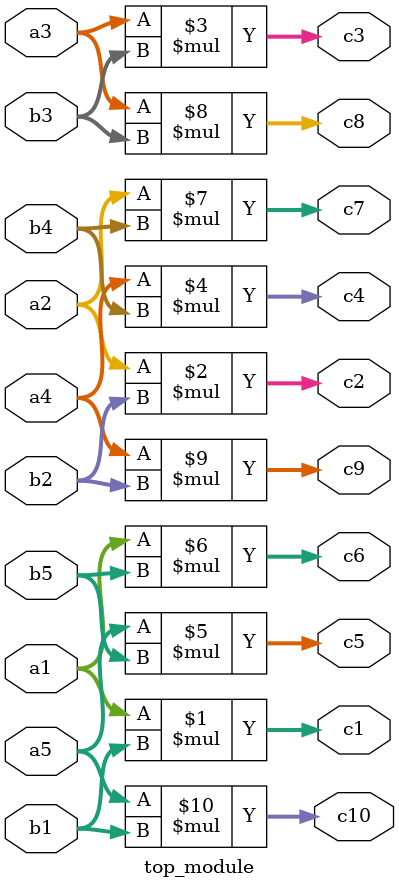
<source format=v>
module top_module
(
    
    input [4:0] a1,a2,a3,a4,a5,b1,b2,b3,b4,b5,
    output [9:0] c1,c2,c3,c4,c5,c6,c7,c8,c9,c10
   
);
  assign c1 = a1 * b1;
  assign c2 = a2 * b2;
  assign c3 = a3 * b3;
  assign c4 = a4 * b4;
  assign c5 = a5 * b5;
  assign c6 = a1 * b5;
  assign c7 = a2 * b4;
  assign c8 = a3 * b3;
  assign c9 = a4 * b2; 
  assign c10 = a5 * b1;   
endmodule

</source>
